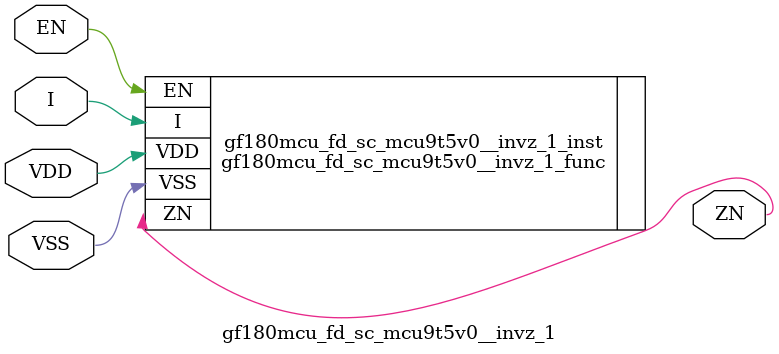
<source format=v>

module gf180mcu_fd_sc_mcu9t5v0__invz_1( EN, ZN, I, VDD, VSS );
input EN, I;
inout VDD, VSS;
output ZN;

   `ifdef FUNCTIONAL  //  functional //

	gf180mcu_fd_sc_mcu9t5v0__invz_1_func gf180mcu_fd_sc_mcu9t5v0__invz_1_behav_inst(.EN(EN),.ZN(ZN),.I(I),.VDD(VDD),.VSS(VSS));

   `else

	gf180mcu_fd_sc_mcu9t5v0__invz_1_func gf180mcu_fd_sc_mcu9t5v0__invz_1_inst(.EN(EN),.ZN(ZN),.I(I),.VDD(VDD),.VSS(VSS));

	// spec_gates_begin


	// spec_gates_end



   specify

	// specify_block_begin

	// comb arc EN --> ZN
	 (EN => ZN) = (1.0,1.0);

	// comb arc I --> ZN
	 (I => ZN) = (1.0,1.0);

	// specify_block_end

   endspecify

   `endif

endmodule

</source>
